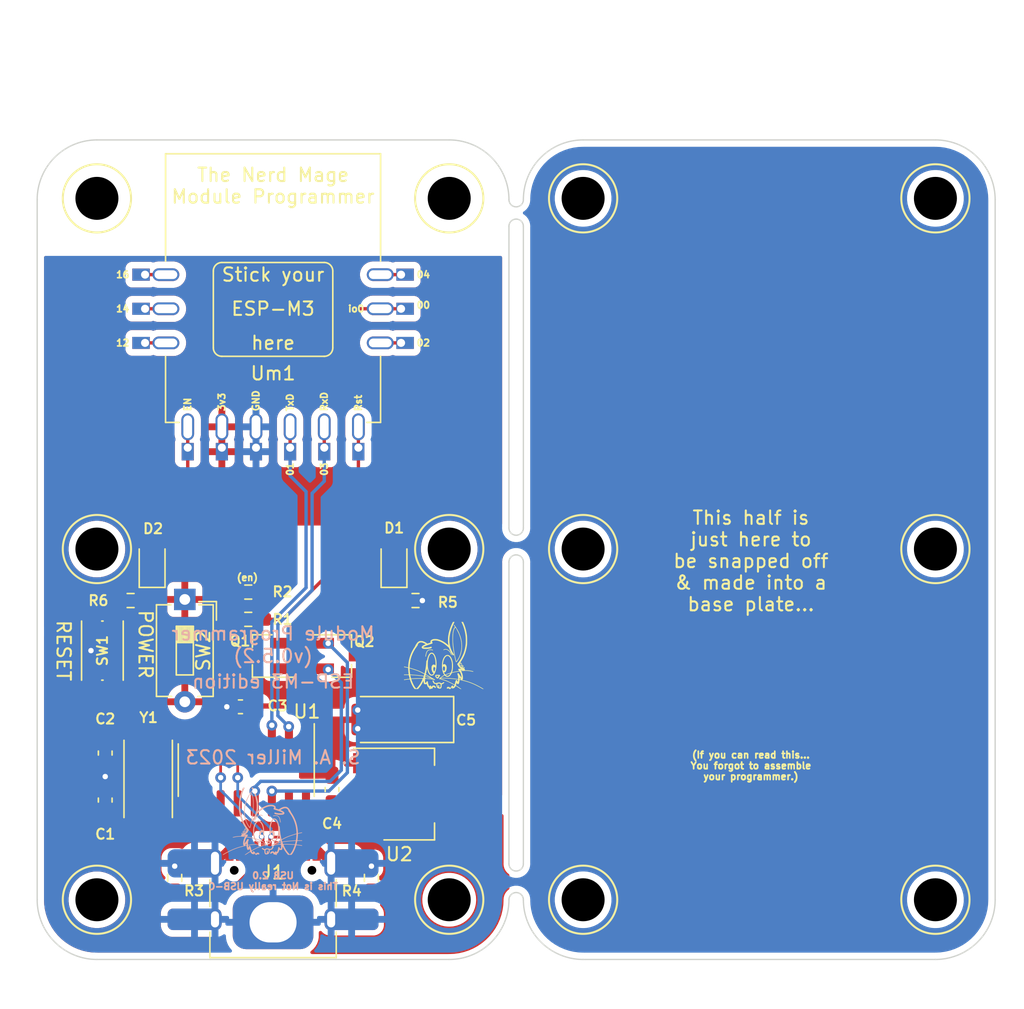
<source format=kicad_pcb>
(kicad_pcb (version 20211014) (generator pcbnew)
  (layers (0 "F.Cu" signal) (31 "B.Cu" signal) (34 "B.Paste" user) (35 "F.Paste" user) (36 "B.SilkS" user "B.Silkscreen") (37 "F.SilkS" user "F.Silkscreen") (38 "B.Mask" user) (39 "F.Mask" user) (44 "Edge.Cuts" user))
  (net 0 "")
  (net 1 "GND")
  (net 2 "Net-(C1-Pad1)")
  (net 3 "Net-(C2-Pad1)")
  (net 4 "RxD")
  (net 5 "TxD")
  (net 6 "RST")
  (net 7 "io0")
  (net 8 "DCD")
  (net 9 "RI")
  (net 10 "DSR")
  (net 11 "CTS")
  (net 12 "DTR")
  (net 13 "RTS")
  (net 14 "Vcc")
  (net 15 "UD+")
  (net 16 "UD-")
  (net 17 "+3.3V")
  (net 19 "EN")
  (net 20 "Vsw")
  (net 23 "CC1")
  (net 24 "CC2")
  (net 25 "Net-(D1-Pad1)")
  (net 26 "Net-(D2-Pad1)")
  (net 27 "unconnected-(Um1-Pad1)")
  (net 28 "unconnected-(Um1-Pad2)")
  (net 29 "unconnected-(Um1-Pad3)")
  (net 30 "unconnected-(Um1-Pad10)")
  (net 31 "unconnected-(Um1-Pad12)")
  (footprint "Tinker:Mount" (layer "F.Cu") (at 163.108 67.919546)
    (fp_text reference "REF**" hide)
    (fp_text value "Mount" hide)
    (pad "" np_thru_hole circle (at 0 0) (size 3.2 3.2) (drill 3.2) (layers *.Mask))
  )
  (footprint "Tinker:C_0603_1608Metric_Pad1.08x0.95mm_HandSolder" (layer "F.Cu") (at 137.51 109.217455 -90)
    (fp_text reference "C2" (at -2.54 0) (layer "F.SilkS") (effects (font (size 0.75 0.75))))
    (fp_text value "20p")
    (pad "1" smd roundrect (at -1.0625 0 270) (size 1.275 0.95) (layers "F.Cu" "F.Paste" "F.Mask") (net 3 "Net-(C2-Pad1)"))
    (pad "2" smd roundrect (at 1.0625 0 270) (size 1.275 0.95) (layers "F.Cu" "F.Paste" "F.Mask") (net 1 "GND"))
  )
  (footprint "Capacitor_Tantalum_SMD:CP_EIA-6032-28_Kemet-C_Pad2.25x2.35mm_HandSolder" (layer "F.Cu") (at 159.505545 106.722019 180)
    (fp_text reference "C5" (at -4.857981 -0.04394) (layer "F.SilkS") (effects (font (size 0.75 0.75))))
    (fp_text value "22uf")
    (pad "1" smd roundrect (at -2.55 0 180) (size 2.25 2.35) (layers "F.Cu" "F.Paste" "F.Mask") (roundrect_rratio 0.1111111111) (net 17 "+3.3V"))
    (pad "2" smd roundrect (at 2.55 0 180) (size 2.25 2.35) (layers "F.Cu" "F.Paste" "F.Mask") (roundrect_rratio 0.1111111111) (net 1 "GND"))
  )
  (footprint "Tinker:Mount" (layer "F.Cu") (at 136.892 120.139455)
    (fp_text reference "REF**" hide)
    (fp_text value "Mount" hide)
    (pad "" np_thru_hole circle (at 0 0) (size 3.2 3.2) (drill 3.2) (layers *.Mask))
  )
  (footprint "Tinker:USB_C_Receptacle_HRO_TYPE-C-31-M-12" (layer "F.Cu") (at 150 120.547455)
    (fp_text reference "J1" (at 0 -2.44) (layer "F.SilkS"))
    (fp_text value "USB_C_Receptacle_USB2.0")
    (pad "" np_thru_hole circle (at -2.89 -2.6) (size 0.65 0.65) (drill 0.65) (layers *.Mask))
    (pad "" np_thru_hole circle (at 2.89 -2.6) (size 0.65 0.65) (drill 0.65) (layers *.Mask))
    (pad "A1" smd rect (at -3.25 -4.045) (size 0.6 1.45) (layers "F.Cu" "F.Paste" "F.Mask") (net 1 "GND"))
    (pad "A4" smd rect (at -2.45 -4.045) (size 0.6 1.45) (layers "F.Cu" "F.Paste" "F.Mask") (net 14 "Vcc"))
    (pad "A5" smd rect (at -1.25 -4.045) (size 0.3 1.45) (layers "F.Cu" "F.Paste" "F.Mask") (net 23 "CC1"))
    (pad "A6" smd rect (at -0.25 -4.045) (size 0.3 1.45) (layers "F.Cu" "F.Paste" "F.Mask") (net 15 "UD+"))
    (pad "A7" smd rect (at 0.25 -4.045) (size 0.3 1.45) (layers "F.Cu" "F.Paste" "F.Mask") (net 16 "UD-"))
    (pad "A8" smd rect (at 1.25 -4.045) (size 0.3 1.45) (layers "F.Cu" "F.Paste" "F.Mask"))
    (pad "A9" smd rect (at 2.45 -4.045) (size 0.6 1.45) (layers "F.Cu" "F.Paste" "F.Mask") (net 14 "Vcc"))
    (pad "A12" smd rect (at 3.25 -4.045) (size 0.6 1.45) (layers "F.Cu" "F.Paste" "F.Mask") (net 1 "GND"))
    (pad "B1" smd rect (at 3.25 -4.045) (size 0.6 1.45) (layers "F.Cu" "F.Paste" "F.Mask") (net 1 "GND"))
    (pad "B4" smd rect (at 2.45 -4.045) (size 0.6 1.45) (layers "F.Cu" "F.Paste" "F.Mask") (net 14 "Vcc"))
    (pad "B5" smd rect (at 1.75 -4.045) (size 0.3 1.45) (layers "F.Cu" "F.Paste" "F.Mask") (net 24 "CC2"))
    (pad "B6" smd rect (at 0.75 -4.045) (size 0.3 1.45) (layers "F.Cu" "F.Paste" "F.Mask") (net 15 "UD+"))
    (pad "B7" smd rect (at -0.75 -4.045) (size 0.3 1.45) (layers "F.Cu" "F.Paste" "F.Mask") (net 16 "UD-"))
    (pad "B8" smd rect (at -1.75 -4.045) (size 0.3 1.45) (layers "F.Cu" "F.Paste" "F.Mask"))
    (pad "B9" smd rect (at -2.45 -4.045) (size 0.6 1.45) (layers "F.Cu" "F.Paste" "F.Mask") (net 14 "Vcc"))
    (pad "B12" smd rect (at -3.25 -4.045) (size 0.6 1.45) (layers "F.Cu" "F.Paste" "F.Mask") (net 1 "GND"))
    (pad "S1" smd roundrect (at -5.846965 -3.118205) (size 4 2.1) (layers "B.Cu" "B.Paste" "B.Mask") (net 1 "GND"))
    (pad "S1" thru_hole oval (at 4.32 -3.13) (size 1 2.1) (drill oval 0.6 1.7) (layers *.Cu *.Mask) (net 1 "GND"))
    (pad "S1" smd roundrect (at 5.096965 -3.118205) (size 2.5 2.1) (layers "F.Cu" "F.Paste" "F.Mask") (net 1 "GND"))
    (pad "S1" smd roundrect (at -5.846965 1.05) (size 4 1.6) (layers "F.Cu" "F.Paste" "F.Mask") (net 1 "GND"))
    (pad "S1" smd roundrect (at -5.846965 1.05) (size 4 1.6) (layers "B.Cu" "B.Paste" "B.Mask") (net 1 "GND"))
    (pad "S1" thru_hole oval (at 4.32 1.05) (size 1 1.6) (drill oval 0.6 1.2) (layers *.Cu *.Mask) (net 1 "GND"))
    (pad "S1" thru_hole oval (at -4.32 1.05) (size 1 1.6) (drill oval 0.6 1.2) (layers *.Cu *.Mask) (net 1 "GND"))
    (pad "S1" thru_hole oval (at -4.32 -3.13) (size 1 2.1) (drill oval 0.6 1.7) (layers *.Cu *.Mask) (net 1 "GND"))
    (pad "S1" smd roundrect (at 5.846965 1.05) (size 4 1.6) (layers "B.Cu" "B.Paste" "B.Mask") (net 1 "GND"))
    (pad "S1" smd roundrect (at 5.846965 1.05) (size 4 1.6) (layers "F.Cu" "F.Paste" "F.Mask") (net 1 "GND"))
    (pad "S1" thru_hole roundrect (at 0 1.27 180) (size 6 4) (drill oval 3.5 3) (layers *.Cu *.Mask) (net 1 "GND"))
    (pad "S1" smd roundrect (at 5.846965 -3.118205) (size 4 2.1) (layers "B.Cu" "B.Paste" "B.Mask") (net 1 "GND"))
    (pad "S1" smd roundrect (at -5.096965 -3.118205) (size 2.5 2.1) (layers "F.Cu" "F.Paste" "F.Mask") (net 1 "GND"))
  )
  (footprint "Tinker:Mount" (layer "F.Cu") (at 199.288 94.029455)
    (fp_text reference "REF**" hide)
    (fp_text value "Mount" hide)
    (pad "" np_thru_hole circle (at 0 0) (size 3.2 3.2) (drill 3.2) (layers *.Mask))
  )
  (footprint "Tinker:R_0603_1608Metric_Pad0.98x0.95mm_HandSolder" (layer "F.Cu") (at 148.154241 97.233483)
    (fp_text reference "R2" (at 2.545759 -0.018765) (layer "F.SilkS") (effects (font (size 0.75 0.75))))
    (fp_text value "10K")
    (pad "1" smd roundrect (at -1.0625 0) (size 1.275 0.95) (layers "F.Cu" "F.Paste" "F.Mask") (net 20 "Vsw"))
    (pad "2" smd roundrect (at 1.0625 0) (size 1.275 0.95) (layers "F.Cu" "F.Paste" "F.Mask") (net 19 "EN"))
  )
  (footprint "Tinker:ESP-M3 (FlexyPin)" (layer "F.Cu") (at 150 74.6)
    (fp_text reference "Um1" (at 0 6.35 unlocked) (layer "F.SilkS"))
    (fp_text value "ESP-M3")
    (fp_text user "12" (at -10.63 4.08 180) (layer "F.SilkS") (effects (font (size 0.5 0.5) (thickness 0.125)) (justify right)))
    (fp_text user "here" (at 0 4.08 unlocked) (layer "F.SilkS"))
    (fp_text user "Rst" (at 6.344493 9.232583 90) (layer "F.SilkS") (effects (font (size 0.5 0.5) (thickness 0.125)) (justify left)))
    (fp_text user "GND" (at -1.275507 9.232583 90) (layer "F.SilkS") (effects (font (size 0.5 0.5) (thickness 0.125)) (justify left)))
    (fp_text user "Stick your" (at 0 -1 unlocked) (layer "F.SilkS"))
    (fp_text user "io0" (at 6.844493 1.54) (layer "F.SilkS") (effects (font (size 0.5 0.5) (thickness 0.125)) (justify right)))
    (fp_text user "TxD" (at 1.264493 9.232583 90) (layer "F.SilkS") (effects (font (size 0.5 0.5) (thickness 0.125)) (justify left)))
    (fp_text user "14" (at -10.63 1.54 180) (layer "F.SilkS") (effects (font (size 0.5 0.5) (thickness 0.125)) (justify right)))
    (fp_text user "EN" (at -6.355507 9.232583 90) (layer "F.SilkS") (effects (font (size 0.5 0.5) (thickness 0.125)) (justify left)))
    (fp_text user "03" (at 3.81 14.04 270) (layer "F.SilkS") (effects (font (size 0.5 0.5) (thickness 0.125)) (justify left)))
    (fp_text user "ESP-M3" (at 0 1.54 unlocked) (layer "F.SilkS"))
    (fp_text user "01" (at 1.27 14.04 90) (layer "F.SilkS") (effects (font (size 0.5 0.5) (thickness 0.125)) (justify left)))
    (fp_text user "02" (at 10.63 4.08 180) (layer "F.SilkS") (effects (font (size 0.5 0.5) (thickness 0.125)) (justify left)))
    (fp_text user "16" (at -10.63 -1 180) (layer "F.SilkS") (effects (font (size 0.5 0.5) (thickness 0.125)) (justify right)))
    (fp_text user "00" (at 10.63 1.27) (layer "F.SilkS") (effects (font (size 0.5 0.5) (thickness 0.125)) (justify left)))
    (fp_text user "3v3" (at -3.815507 9.232583 90) (layer "F.SilkS") (effects (font (size 0.5 0.5) (thickness 0.125)) (justify left)))
    (fp_text user "04" (at 10.63 -1 180) (layer "F.SilkS") (effects (font (size 0.5 0.5) (thickness 0.125)) (justify left)))
    (fp_text user "RxD" (at 3.804493 9.232583 90) (layer "F.SilkS") (effects (font (size 0.5 0.5) (thickness 0.125)) (justify left)))
    (pad "1" thru_hole oval (at -7.975 -1) (size 2 0.95) (drill oval 1.7 0.65) (layers *.Cu *.Mask) (net 27 "unconnected-(Um1-Pad1)"))
    (pad "1" thru_hole rect (at -9.525 -1) (size 1.3 0.9) (drill 0.6 (offset -0.3 0)) (layers *.Cu *.Mask) (net 27 "unconnected-(Um1-Pad1)"))
    (pad "2" thru_hole oval (at -7.975 1.54) (size 2 0.95) (drill oval 1.7 0.65) (layers *.Cu *.Mask) (net 28 "unconnected-(Um1-Pad2)"))
    (pad "2" thru_hole rect (at -9.525 1.54) (size 1.3 0.9) (drill 0.6 (offset -0.3 0)) (layers *.Cu *.Mask) (net 28 "unconnected-(Um1-Pad2)"))
    (pad "3" thru_hole oval (at -7.975 4.08) (size 2 0.95) (drill oval 1.7 0.65) (layers *.Cu *.Mask) (net 29 "unconnected-(Um1-Pad3)"))
    (pad "3" thru_hole rect (at -9.525 4.08) (size 1.3 0.9) (drill 0.6 (offset -0.3 0)) (layers *.Cu *.Mask) (net 29 "unconnected-(Um1-Pad3)"))
    (pad "4" thru_hole rect (at -6.35 11.88 90) (size 1.3 0.9) (drill 0.6 (offset -0.3 0)) (layers *.Cu *.Mask) (net 19 "EN"))
    (pad "4" thru_hole oval (at -6.35 10.33 90) (size 2 0.95) (drill oval 1.7 0.65) (layers *.Cu *.Mask) (net 19 "EN"))
    (pad "5" thru_hole rect (at -3.81 11.88 90) (size 1.3 0.9) (drill 0.6 (offset -0.3 0)) (layers *.Cu *.Mask) (net 20 "Vsw"))
    (pad "5" thru_hole oval (at -3.81 10.33 90) (size 2 0.95) (drill oval 1.7 0.65) (layers *.Cu *.Mask) (net 20 "Vsw"))
    (pad "6" thru_hole rect (at -1.27 11.88 90) (size 1.3 0.9) (drill 0.6 (offset -0.3 0)) (layers *.Cu *.Mask) (net 1 "GND"))
    (pad "6" thru_hole oval (at -1.27 10.33 90) (size 2 0.95) (drill oval 1.7 0.65) (layers *.Cu *.Mask) (net 1 "GND"))
    (pad "7" thru_hole oval (at 1.27 10.33 90) (size 2 0.95) (drill oval 1.7 0.65) (layers *.Cu *.Mask) (net 5 "TxD"))
    (pad "7" thru_hole rect (at 1.27 11.88 90) (size 1.3 0.9) (drill 0.6 (offset -0.3 0)) (layers *.Cu *.Mask) (net 5 "TxD"))
    (pad "8" thru_hole oval (at 3.81 10.33 90) (size 2 0.95) (drill oval 1.7 0.65) (layers *.Cu *.Mask) (net 4 "RxD"))
    (pad "8" thru_hole rect (at 3.81 11.88 90) (size 1.3 0.9) (drill 0.6 (offset -0.3 0)) (layers *.Cu *.Mask) (net 4 "RxD"))
    (pad "9" thru_hole rect (at 6.35 11.88 90) (size 1.3 0.9) (drill 0.6 (offset -0.3 0)) (layers *.Cu *.Mask) (net 6 "RST"))
    (pad "9" thru_hole oval (at 6.35 10.33 90) (size 2 0.95) (drill oval 1.7 0.65) (layers *.Cu *.Mask) (net 6 "RST"))
    (pad "10" thru_hole oval (at 7.975 4.08 180) (size 2 0.95) (drill oval 1.7 0.65) (layers *.Cu *.Mask) (net 30 "unconnected-(Um1-Pad10)"))
    (pad "10" thru_hole rect (at 9.525 4.08 180) (size 1.3 0.9) (drill 0.6 (offset -0.3 0)) (layers *.Cu *.Mask) (net 30 "unconnected-(Um1-Pad10)"))
    (pad "11" thru_hole rect (at 9.525 1.54 180) (size 1.3 0.9) (drill 0.6 (offset -0.3 0)) (layers *.Cu *.Mask) (net 7 "io0"))
    (pad "11" thru_hole oval (at 7.975 1.54 180) (size 2 0.95) (drill oval 1.7 0.65) (layers *.Cu *.Mask) (net 7 "io0"))
    (pad "12" thru_hole oval (at 7.975 -1 180) (size 2 0.95) (drill oval 1.7 0.65) (layers *.Cu *.Mask) (net 31 "unconnected-(Um1-Pad12)"))
    (pad "12" thru_hole rect (at 9.525 -1 180) (size 1.3 0.9) (drill 0.6 (offset -0.3 0)) (layers *.Cu *.Mask) (net 31 "unconnected-(Um1-Pad12)"))
    (zone (net 0) (net_name "") (layers F&B.Cu) (name "Antenna") (connect_pads (clearance 0)) (min_thickness 0.254)
      (keepout (tracks not_allowed) (vias not_allowed) (pads not_allowed) (copperpour not_allowed) (footprints allowed))
      (fill (thermal_gap 0.508) (thermal_bridge_width 0.508))
      (polygon (pts (xy 168.415 72.201531) (xy 132.22 72.201531) (xy 132.22 53.151531) (xy 168.415 53.151531)))
    )
  )
  (footprint "Tinker:Mount" (layer "F.Cu") (at 163.108 120.139455)
    (fp_text reference "REF**" hide)
    (fp_text value "Mount" hide)
    (pad "" np_thru_hole circle (at 0 0) (size 3.2 3.2) (drill 3.2) (layers *.Mask))
  )
  (footprint "Crystal:Crystal_SMD_5032-2Pin_5.0x3.2mm" (layer "F.Cu") (at 140.706663 110.967455 90)
    (fp_text reference "Y1" (at 4.39 0.031943) (layer "F.SilkS") (effects (font (size 0.75 0.75))))
    (fp_text value "12M")
    (pad "1" smd rect (at -2.35 0 90) (size 3 2.4) (layers "F.Cu" "F.Paste" "F.Mask") (net 2 "Net-(C1-Pad1)"))
    (pad "2" smd rect (at 2.35 0 90) (size 3 2.4) (layers "F.Cu" "F.Paste" "F.Mask") (net 3 "Net-(C2-Pad1)"))
  )
  (footprint "Tinker:Mount" (layer "F.Cu") (at 173.072 120.139455)
    (fp_text reference "REF**" hide)
    (fp_text value "Mount" hide)
    (pad "" np_thru_hole circle (at 0 0) (size 3.2 3.2) (drill 3.2) (layers *.Mask))
  )
  (footprint "Package_TO_SOT_SMD:SOT-23_Handsoldering" (layer "F.Cu") (at 149.221453 101.990491 180)
    (fp_text reference "Q1" (at 1.674448 1.113434) (layer "F.SilkS") (effects (font (size 0.75 0.75))))
    (fp_text value "MMBT3904")
    (pad "1" smd rect (at -1.5 -0.95 180) (size 1.9 0.8) (layers "F.Cu" "F.Paste" "F.Mask") (net 12 "DTR"))
    (pad "2" smd rect (at -1.5 0.95 180) (size 1.9 0.8) (layers "F.Cu" "F.Paste" "F.Mask") (net 13 "RTS"))
    (pad "3" smd rect (at 1.5 0 180) (size 1.9 0.8) (layers "F.Cu" "F.Paste" "F.Mask") (net 6 "RST"))
  )
  (footprint "Tinker:R_0603_1608Metric_Pad0.98x0.95mm_HandSolder" (layer "F.Cu") (at 142.68 118.507455 90)
    (fp_text reference "R3" (at -0.9668 1.439812) (layer "F.SilkS") (effects (font (size 0.75 0.75))))
    (fp_text value "5k1")
    (pad "1" smd roundrect (at -1.0625 0 90) (size 1.275 0.95) (layers "F.Cu" "F.Paste" "F.Mask") (net 23 "CC1"))
    (pad "2" smd roundrect (at 1.0625 0 90) (size 1.275 0.95) (layers "F.Cu" "F.Paste" "F.Mask") (net 1 "GND"))
  )
  (footprint "Tinker:R_0603_1608Metric_Pad0.98x0.95mm_HandSolder" (layer "F.Cu") (at 157.32 118.507455 90)
    (fp_text reference "R4" (at -0.979818 -1.470937) (layer "F.SilkS") (effects (font (size 0.75 0.75))))
    (fp_text value "5k1")
    (pad "1" smd roundrect (at -1.0625 0 90) (size 1.275 0.95) (layers "F.Cu" "F.Paste" "F.Mask") (net 24 "CC2"))
    (pad "2" smd roundrect (at 1.0625 0 90) (size 1.275 0.95) (layers "F.Cu" "F.Paste" "F.Mask") (net 1 "GND"))
  )
  (footprint "Tinker:Mount" (layer "F.Cu") (at 136.892 94.029455)
    (fp_text reference "REF**" hide)
    (fp_text value "Mount" hide)
    (pad "" np_thru_hole circle (at 0 0) (size 3.2 3.2) (drill 3.2) (layers *.Mask))
  )
  (footprint "Tinker:SW_DIP_SPSTx01_Slide_6.7x4.1mm_W7.62mm_P2.54mm_LowProfile" (layer "F.Cu") (at 143.433 101.590491 -90)
    (fp_text reference "SW2" (at 0.009624 -1.373823 90) (layer "F.SilkS"))
    (fp_text value "SW_DIP_x01")
    (pad "1" thru_hole rect (at -3.81 0 270) (size 1.6 1.6) (drill 0.8) (layers *.Cu *.Mask) (net 20 "Vsw"))
    (pad "2" thru_hole oval (at 3.81 0 270) (size 1.6 1.6) (drill 0.8) (layers *.Cu *.Mask) (net 17 "+3.3V"))
  )
  (footprint "Tinker:C_0603_1608Metric_Pad1.08x0.95mm_HandSolder" (layer "F.Cu") (at 154.387518 111.930933 90)
    (fp_text reference "C4" (at -2.54 0) (layer "F.SilkS") (effects (font (size 0.75 0.75))))
    (fp_text value "100nf")
    (pad "1" smd roundrect (at -1.0625 0 90) (size 1.275 0.95) (layers "F.Cu" "F.Paste" "F.Mask") (net 14 "Vcc"))
    (pad "2" smd roundrect (at 1.0625 0 90) (size 1.275 0.95) (layers "F.Cu" "F.Paste" "F.Mask") (net 1 "GND"))
  )
  (footprint "Package_SO:SOIC-16_3.9x9.9mm_P1.27mm" (layer "F.Cu") (at 148.005 110.487455 -90)
    (fp_text reference "U1" (at -4.358951 -4.515147) (layer "F.SilkS"))
    (fp_text value "CH340G")
    (pad "1" smd roundrect (at -2.475 -4.445 270) (size 1.95 0.6) (layers "F.Cu" "F.Paste" "F.Mask") (net 1 "GND"))
    (pad "2" smd roundrect (at -2.475 -3.175 270) (size 1.95 0.6) (layers "F.Cu" "F.Paste" "F.Mask") (net 4 "RxD"))
    (pad "3" smd roundrect (at -2.475 -1.905 270) (size 1.95 0.6) (layers "F.Cu" "F.Paste" "F.Mask") (net 5 "TxD"))
    (pad "4" smd roundrect (at -2.475 -0.635 270) (size 1.95 0.6) (layers "F.Cu" "F.Paste" "F.Mask") (net 17 "+3.3V"))
    (pad "5" smd roundrect (at -2.475 0.635 270) (size 1.95 0.6) (layers "F.Cu" "F.Paste" "F.Mask") (net 15 "UD+"))
    (pad "6" smd roundrect (at -2.475 1.905 270) (size 1.95 0.6) (layers "F.Cu" "F.Paste" "F.Mask") (net 16 "UD-"))
    (pad "7" smd roundrect (at -2.475 3.175 270) (size 1.95 0.6) (layers "F.Cu" "F.Paste" "F.Mask") (net 2 "Net-(C1-Pad1)"))
    (pad "8" smd roundrect (at -2.475 4.445 270) (size 1.95 0.6) (layers "F.Cu" "F.Paste" "F.Mask") (net 3 "Net-(C2-Pad1)"))
    (pad "9" smd roundrect (at 2.475 4.445 270) (size 1.95 0.6) (layers "F.Cu" "F.Paste" "F.Mask") (net 11 "CTS"))
    (pad "10" smd roundrect (at 2.475 3.175 270) (size 1.95 0.6) (layers "F.Cu" "F.Paste" "F.Mask") (net 10 "DSR"))
    (pad "11" smd roundrect (at 2.475 1.905 270) (size 1.95 0.6) (layers "F.Cu" "F.Paste" "F.Mask") (net 9 "RI"))
    (pad "12" smd roundrect (at 2.475 0.635 270) (size 1.95 0.6) (layers "F.Cu" "F.Paste" "F.Mask") (net 8 "DCD"))
    (pad "13" smd roundrect (at 2.475 -0.635 270) (size 1.95 0.6) (layers "F.Cu" "F.Paste" "F.Mask") (net 12 "DTR"))
    (pad "14" smd roundrect (at 2.475 -1.905 270) (size 1.95 0.6) (layers "F.Cu" "F.Paste" "F.Mask") (net 13 "RTS"))
    (pad "15" smd roundrect (at 2.475 -3.175 270) (size 1.95 0.6) (layers "F.Cu" "F.Paste" "F.Mask"))
    (pad "16" smd roundrect (at 2.475 -4.445 270) (size 1.95 0.6) (layers "F.Cu" "F.Paste" "F.Mask") (net 14 "Vcc"))
  )
  (footprint "Tinker:R_0603_1608Metric_Pad0.98x0.95mm_HandSolder" (layer "F.Cu") (at 160.6 97.862287)
    (fp_text reference "R5" (at 2.4 0.134539 180) (layer "F.SilkS") (effects (font (size 0.75 0.75))))
    (fp_text value "2K2")
    (pad "1" smd roundrect (at -1.0625 0) (size 1.275 0.95) (layers "F.Cu" "F.Paste" "F.Mask") (net 25 "Net-(D1-Pad1)"))
    (pad "2" smd roundrect (at 1.0625 0) (size 1.275 0.95) (layers "F.Cu" "F.Paste" "F.Mask") (net 1 "GND"))
  )
  (footprint "Rabbit:rabbit" (layer "F.Cu") (at 163.073996 101.952784)
    (fp_text reference "G***" hide)
    (fp_text value "LOGO" hide)
  )
  (footprint "Tinker:Mount" (layer "F.Cu") (at 173.072 67.919546)
    (fp_text reference "REF**" hide)
    (fp_text value "Mount" hide)
    (pad "" np_thru_hole circle (at 0 0) (size 3.2 3.2) (drill 3.2) (layers *.Mask))
  )
  (footprint "Tinker:Mount" (layer "F.Cu") (at 173.072 94.029455)
    (fp_text reference "REF**" hide)
    (fp_text value "Mount" hide)
    (pad "" np_thru_hole circle (at 0 0) (size 3.2 3.2) (drill 3.2) (layers *.Mask))
  )
  (footprint "Tinker:SW_Push_TS273014TP" (layer "F.Cu") (at 137.3 101.590491 -90)
    (fp_text reference "SW1" (at 0 0 90) (layer "F.SilkS") (effects (font (size 0.75 0.75))))
    (fp_text value "SW_Push")
    (pad "1" smd rect (at -1.85 -0.85 270) (size 1.6 0.6) (layers "F.Cu" "F.Paste" "F.Mask") (net 6 "RST"))
    (pad "1" smd rect (at 1.85 -0.85 270) (size 1.6 0.6) (layers "F.Cu" "F.Paste" "F.Mask") (net 6 "RST"))
    (pad "2" smd rect (at -1.85 0.85 270) (size 1.6 0.6) (layers "F.Cu" "F.Paste" "F.Mask") (net 1 "GND"))
    (pad "2" smd rect (at 1.85 0.85 270) (size 1.6 0.6) (layers "F.Cu" "F.Paste" "F.Mask") (net 1 "GND"))
  )
  (footprint "Tinker:Mount" (layer "F.Cu") (at 136.892 67.919546)
    (fp_text reference "REF**" hide)
    (fp_text value "Mount" hide)
    (pad "" np_thru_hole circle (at 0 0) (size 3.2 3.2) (drill 3.2) (layers *.Mask))
  )
  (footprint "Package_TO_SOT_SMD:SOT-23_Handsoldering" (layer "F.Cu") (at 155.08 101.994172)
    (fp_text reference "Q2" (at 1.710332 -1.073861) (layer "F.SilkS") (effects (font (size 0.75 0.75))))
    (fp_text value "MMBT3904")
    (pad "1" smd rect (at -1.5 -0.95) (size 1.9 0.8) (layers "F.Cu" "F.Paste" "F.Mask") (net 13 "RTS"))
    (pad "2" smd rect (at -1.5 0.95) (size 1.9 0.8) (layers "F.Cu" "F.Paste" "F.Mask") (net 12 "DTR"))
    (pad "3" smd rect (at 1.5 0) (size 1.9 0.8) (layers "F.Cu" "F.Paste" "F.Mask") (net 7 "io0"))
  )
  (footprint "Tinker:R_0603_1608Metric_Pad0.98x0.95mm_HandSolder" (layer "F.Cu") (at 139.4 97.862287 180)
    (fp_text reference "R6" (at 2.4 -0.00632 180) (layer "F.SilkS") (effects (font (size 0.75 0.75))))
    (fp_text value "2K2")
    (pad "1" smd roundrect (at -1.0625 0 180) (size 1.275 0.95) (layers "F.Cu" "F.Paste" "F.Mask") (net 26 "Net-(D2-Pad1)"))
    (pad "2" smd roundrect (at 1.0625 0 180) (size 1.275 0.95) (layers "F.Cu" "F.Paste" "F.Mask") (net 1 "GND"))
  )
  (footprint "Tinker:Mount" (layer "F.Cu") (at 199.288 67.919546)
    (fp_text reference "REF**" hide)
    (fp_text value "Mount" hide)
    (pad "" np_thru_hole circle (at 0 0) (size 3.2 3.2) (drill 3.2) (layers *.Mask))
  )
  (footprint "LED_SMD:LED_0805_2012Metric_Pad1.15x1.40mm_HandSolder" (layer "F.Cu") (at 159 95.025 90)
    (fp_text reference "D1" (at 2.560701 0.00966) (layer "F.SilkS") (effects (font (size 0.75 0.75))))
    (fp_text value "LED")
    (pad "1" smd roundrect (at -1.025 0 90) (size 1.15 1.4) (layers "F.Cu" "F.Paste" "F.Mask") (roundrect_rratio 0.2173913043) (net 25 "Net-(D1-Pad1)"))
    (pad "2" smd roundrect (at 1.025 0 90) (size 1.15 1.4) (layers "F.Cu" "F.Paste" "F.Mask") (roundrect_rratio 0.2173913043) (net 17 "+3.3V"))
  )
  (footprint "Tinker:C_0603_1608Metric_Pad1.08x0.95mm_HandSolder" (layer "F.Cu") (at 137.51 112.717455 90)
    (fp_text reference "C1" (at -2.54 0) (layer "F.SilkS") (effects (font (size 0.75 0.75))))
    (fp_text value "20p")
    (pad "1" smd roundrect (at -1.0625 0 90) (size 1.275 0.95) (layers "F.Cu" "F.Paste" "F.Mask") (net 2 "Net-(C1-Pad1)"))
    (pad "2" smd roundrect (at 1.0625 0 90) (size 1.275 0.95) (layers "F.Cu" "F.Paste" "F.Mask") (net 1 "GND"))
  )
  (footprint "LED_SMD:LED_0805_2012Metric_Pad1.15x1.40mm_HandSolder" (layer "F.Cu") (at 141 95.025 90)
    (fp_text reference "D2" (at 2.511709 0.071764 180) (layer "F.SilkS") (effects (font (size 0.75 0.75))))
    (fp_text value "LED")
    (pad "1" smd roundrect (at -1.025 0 90) (size 1.15 1.4) (layers "F.Cu" "F.Paste" "F.Mask") (roundrect_rratio 0.2173913043) (net 26 "Net-(D2-Pad1)"))
    (pad "2" smd roundrect (at 1.025 0 90) (size 1.15 1.4) (layers "F.Cu" "F.Paste" "F.Mask") (roundrect_rratio 0.2173913043) (net 20 "Vsw"))
  )
  (footprint "Tinker:Mount" (layer "F.Cu") (at 199.288 120.139455)
    (fp_text reference "REF**" hide)
    (fp_text value "Mount" hide)
    (pad "" np_thru_hole circle (at 0 0) (size 3.2 3.2) (drill 3.2) (layers *.Mask))
  )
  (footprint "Package_TO_SOT_SMD:SOT-223-3_TabPin2" (layer "F.Cu") (at 160.105545 112.273364)
    (fp_text reference "U2" (at -0.711477 4.476729) (layer "F.SilkS"))
    (fp_text value "AMS1117-3.3")
    (pad "1" smd rect (at -3.15 -2.3) (size 2 1.5) (layers "F.Cu" "F.Paste" "F.Mask") (net 1 "GND"))
    (pad "2" smd rect (at -3.15 0) (size 2 1.5) (layers "F.Cu" "F.Paste" "F.Mask") (net 17 "+3.3V"))
    (pad "2" smd rect (at 3.15 0) (size 2 3.8) (layers "F.Cu" "F.Paste" "F.Mask") (net 17 "+3.3V"))
    (pad "3" smd rect (at -3.15 2.3) (size 2 1.5) (layers "F.Cu" "F.Paste" "F.Mask") (net 14 "Vcc"))
  )
  (footprint "Tinker:C_0603_1608Metric_Pad1.08x0.95mm_HandSolder" (layer "F.Cu") (at 147.57359 105.77372 180)
    (fp_text reference "C3" (at -2.75772 0.06892) (layer "F.SilkS") (effects (font (size 0.75 0.75))))
    (fp_text value "10nf")
    (pad "1" smd roundrect (at -1.0625 0 180) (size 1.275 0.95) (layers "F.Cu" "F.Paste" "F.Mask") (net 17 "+3.3V"))
    (pad "2" smd roundrect (at 1.0625 0 180) (size 1.275 0.95) (layers "F.Cu" "F.Paste" "F.Mask") (net 1 "GND"))
  )
  (footprint "Tinker:R_0603_1608Metric_Pad0.98x0.95mm_HandSolder" (layer "F.Cu") (at 148.154241 99.262498)
    (fp_text reference "R1" (at 2.545759 0.006202) (layer "F.SilkS") (effects (font (size 0.75 0.75))))
    (fp_text value "10K")
    (pad "1" smd roundrect (at -1.0625 0) (size 1.275 0.95) (layers "F.Cu" "F.Paste" "F.Mask") (net 20 "Vsw"))
    (pad "2" smd roundrect (at 1.0625 0) (size 1.275 0.95) (layers "F.Cu" "F.Paste" "F.Mask") (net 6 "RST"))
  )
  (footprint "Tinker:Mount" (layer "F.Cu") (at 163.108 94.029455)
    (fp_text reference "REF**" hide)
    (fp_text value "Mount" hide)
    (pad "" np_thru_hole circle (at 0 0) (size 3.2 3.2) (drill 3.2) (layers *.Mask))
  )
  (footprint "Rabbit:rabbit" (layer "B.Cu") (at 148.83 114.297455 180)
    (fp_text reference "G***" hide)
    (fp_text value "LOGO" hide)
  )
  (gr_line (start 163.108 63.569635) (end 136.892001 63.569636) (layer "Edge.Cuts") (width 0.1))
  (gr_arc (start 132.447 68.014637) (mid 133.748927 64.871552) (end 136.892001 63.569636) (layer "Edge.Cuts") (width 0.1))
  (gr_arc (start 203.733 120.139454) (mid 202.431112 123.282566) (end 199.288 124.584454) (layer "Edge.Cuts") (width 0.1))
  (gr_arc (start 168.627 68.014637) (mid 169.928943 64.871579) (end 173.072001 63.569636) (layer "Edge.Cuts") (width 0.1))
  (gr_arc (start 199.288 63.569635) (mid 202.431083 64.871553) (end 203.733001 68.014636) (layer "Edge.Cuts") (width 0.1))
  (gr_arc (start 173.072 124.584454) (mid 169.92892 123.282534) (end 168.627 120.139454) (layer "Edge.Cuts") (width 0.1))
  (gr_arc (start 167.553 120.139454) (mid 166.25109 123.282544) (end 163.108 124.584454) (layer "Edge.Cuts") (width 0.1))
  (gr_line (start 203.733 120.139454) (end 203.733001 68.014636) (layer "Edge.Cuts") (width 0.1))
  (gr_arc (start 168.627 92.463) (mid 168.09 93) (end 167.553 92.463) (layer "Edge.Cuts") (width 0.1))
  (gr_arc (start 167.553 95) (mid 168.09 94.463) (end 168.627 95) (layer "Edge.Cuts") (width 0.1))
  (gr_arc (start 163.108 63.569635) (mid 166.251113 64.871542) (end 167.553001 68.014636) (layer "Edge.Cuts") (width 0.1))
  (gr_arc (start 167.553 70) (mid 168.09 69.463) (end 168.627 70) (layer "Edge.Cuts") (width 0.1))
  (gr_arc (start 167.553 120.139454) (mid 168.09 119.602454) (end 168.627 120.139454) (layer "Edge.Cuts") (width 0.1))
  (gr_line (start 168.627 95) (end 168.627 117.463) (layer "Edge.Cuts") (width 0.1))
  (gr_line (start 136.892 124.584454) (end 163.108 124.584454) (layer "Edge.Cuts") (width 0.1))
  (gr_arc (start 168.627 117.463) (mid 168.09 118) (end 167.553 117.463) (layer "Edge.Cuts") (width 0.1))
  (gr_line (start 199.288 63.569635) (end 173.072001 63.569636) (layer "Edge.Cuts") (width 0.1))
  (gr_line (start 173.072 124.584454) (end 199.288 124.584454) (layer "Edge.Cuts") (width 0.1))
  (gr_arc (start 168.627 68.014637) (mid 168.09 68.551637) (end 167.553 68.014637) (layer "Edge.Cuts") (width 0.1))
  (gr_line (start 132.447 68.014637) (end 132.447 120.139454) (layer "Edge.Cuts") (width 0.1))
  (gr_line (start 167.553 92.463) (end 167.553 70) (layer "Edge.Cuts") (width 0.1))
  (gr_arc (start 136.892 124.584454) (mid 133.748911 123.282544) (end 132.447 120.139454) (layer "Edge.Cuts") (width 0.1))
  (gr_line (start 167.553 95) (end 167.553 117.463) (layer "Edge.Cuts") (width 0.1))
  (gr_line (start 168.627 70) (end 168.627 92.463) (layer "Edge.Cuts") (width 0.1))
  (gr_text "ESP-M3 edition" (at 150 103.896439) (layer "B.SilkS") (effects (font (size 1 1)) (justify mirror)))
  (gr_text "Module Programmer" (at 150 100.327455) (layer "B.SilkS") (effects (font (size 1 1)) (justify mirror)))
  (gr_text "USB 2.0\nThis is Not really USB-C" (at 149.999999 118.742813) (layer "B.SilkS") (effects (font (size 0.5 0.5) (thickness 0.125)) (justify mirror)))
  (gr_text "S. A. Miller 2023" (at 150 109.541155) (layer "B.SilkS") (effects (font (size 1 1)) (justify mirror)))
  (gr_text "(v0.5.2)" (at 150 101.997455) (layer "B.SilkS") (effects (font (size 1 1)) (justify mirror)))
  (gr_text "POWER" (at 140.509453 101.121199 270) (layer "F.SilkS") (effects (font (size 1 1))))
  (gr_text "(en)" (at 148.089211 96.15124) (layer "F.SilkS") (effects (font (size 0.5 0.5) (thickness 0.125))))
  (gr_text "(If you can read this...\nYou forgot to assemble\nyour programmer.)" (at 185.56 110.16) (layer "F.SilkS") (effects (font (size 0.5 0.5) (thickness 0.125))))
  (gr_text "This half is\njust here to\nbe snapped off\n& made into a\nbase plate..." (at 185.56 94.92) (layer "F.SilkS") (effects (font (size 1 1))))
  (gr_text "RESET" (at 134.409789 101.590491 270) (layer "F.SilkS") (effects (font (size 1 1))))
  (gr_text "The Nerd Mage\nModule Programmer" (at 150 66.98) (layer "F.SilkS") (effects (font (size 1 1))))
  (segment (start 146.595 116.502455) (end 145.68 117.417455) (width 0.6) (layer "F.Cu") (net 1))
  (segment (start 146.75 116.502455) (end 146.595 116.502455) (width 0.6) (layer "F.Cu") (net 1))
  (segment (start 153.25 116.502455) (end 153.405 116.502455) (width 0.6) (layer "F.Cu") (net 1))
  (segment (start 142.68 117.637455) (end 144.69483 117.637455) (width 0.25) (layer "F.Cu") (net 1))
  (segment (start 153.405 116.502455) (end 154.32 117.417455) (width 0.6) (layer "F.Cu") (net 1))
  (segment (start 136.45 98.461045) (end 136.45 99.740491) (width 0.25) (layer "F.Cu") (net 1))
  (segment (start 138.3375 97.862287) (end 137.048758 97.862287) (width 0.25) (layer "F.Cu") (net 1))
  (segment (start 148.73 86.48) (end 148.73 84.93) (width 0.25) (layer "F.Cu") (net 1))
  (segment (start 136.45 99.740491) (end 136.45 103.440491) (width 0.25) (layer "F.Cu") (net 1))
  (segment (start 157.32 117.637455) (end 155.30517 117.637455) (width 0.25) (layer "F.Cu") (net 1))
  (segment (start 144.69483 117.637455) (end 144.903035 117.42925) (width 0.25) (layer "F.Cu") (net 1))
  (segment (start 155.30517 117.637455) (end 155.096965 117.42925) (width 0.25) (layer "F.Cu") (net 1))
  (segment (start 137.048758 97.862287) (end 136.45 98.461045) (width 0.25) (layer "F.Cu") (net 1))
  (via (at 146.55759 105.77372) (size 0.8) (drill 0.4) (layers "F.Cu" "B.Cu") (net 1))
  (via (at 142.68 117.637455) (size 0.8) (drill 0.4) (layers "F.Cu" "B.Cu") (net 1))
  (via (at 137.51 110.967455) (size 0.8) (drill 0.4) (layers "F.Cu" "B.Cu") (net 1))
  (via (at 156.3 106.015601) (size 0.8) (drill 0.4) (layers "F.Cu" "B.Cu") (net 1))
  (via (at 161.110836 97.866252) (size 0.8) (drill 0.4) (layers "F.Cu" "B.Cu") (net 1))
  (via (at 156.3 107.402273) (size 0.8) (drill 0.4) (layers "F.Cu" "B.Cu") (net 1))
  (via (at 157.32 117.637455) (size 0.8) (drill 0.4) (layers "F.Cu" "B.Cu") (net 1))
  (via (at 136.45 101.590491) (size 0.8) (drill 0.4) (layers "F.Cu" "B.Cu") (net 1))
  (segment (start 137.51 113.579955) (end 137.7725 113.317455) (width 0.25) (layer "F.Cu") (net 2))
  (segment (start 140.82 113.317455) (end 140.706663 113.317455) (width 0.25) (layer "F.Cu") (net 2))
  (segment (start 144.83 109.307455) (end 140.82 113.317455) (width 0.25) (layer "F.Cu") (net 2))
  (segment (start 137.7725 113.317455) (end 140.706663 113.317455) (width 0.25) (layer "F.Cu") (net 2))
  (segment (start 144.83 108.012455) (end 144.83 109.307455) (width 0.25) (layer "F.Cu") (net 2))
  (segment (start 137.7725 108.617455) (end 140.706663 108.617455) (width 0.25) (layer "F.Cu") (net 3))
  (segment (start 143.56 108.012455) (end 142.955 108.617455) (width 0.25) (layer "F.Cu") (net 3))
  (segment (start 137.51 108.354955) (end 137.7725 108.617455) (width 0.25) (layer "F.Cu") (net 3))
  (segment (start 142.955 108.617455) (end 140.706663 108.617455) (width 0.25) (layer "F.Cu") (net 3))
  (segment (start 153.81 86.48) (end 153.81 84.93) (width 0.25) (layer "F.Cu") (net 4))
  (via (at 151.163498 107.247455) (size 0.8) (drill 0.4) (layers "F.Cu" "B.Cu") (net 4))
  (segment (start 153.81 86.48) (end 153.81 88.975561) (width 0.25) (layer "B.Cu") (net 4))
  (segment (start 152.905507 97.094493) (end 150.36 99.64) (width 0.25) (layer "B.Cu") (net 4))
  (segment (start 153.81 88.975561) (end 152.905507 89.880054) (width 0.25) (layer "B.Cu") (net 4))
  (segment (start 152.905507 89.880054) (end 152.905507 97.094493) (width 0.25) (layer "B.Cu") (net 4))
  (segment (start 150.36 106.443957) (end 151.163498 107.247455) (width 0.25) (layer "B.Cu") (net 4))
  (segment (start 150.36 99.64) (end 150.36 106.443957) (width 0.25) (layer "B.Cu") (net 4))
  (segment (start 151.27 86.48) (end 151.27 84.93) (width 0.25) (layer "F.Cu") (net 5))
  (via (at 149.91 107.147455) (size 0.8) (drill 0.4) (layers "F.Cu" "B.Cu") (net 5))
  (segment (start 152.455507 96.908097) (end 152.455507 89.755507) (width 0.25) (layer "B.Cu") (net 5))
  (segment (start 149.91 107.147455) (end 149.91 99.453604) (width 0.25) (layer "B.Cu") (net 5))
  (segment (start 151.27 86.48) (end 151.27 88.57) (width 0.25) (layer "B.Cu") (net 5))
  (segment (start 151.27 88.57) (end 152.455507 89.755507) (width 0.25) (layer "B.Cu") (net 5))
  (segment (start 149.91 99.453604) (end 152.455507 96.908097) (width 0.25) (layer "B.Cu") (net 5))
  (segment (start 147.721453 101.990491) (end 140.614962 101.990491) (width 0.25) (layer "F.Cu") (net 6))
  (segment (start 138.15 101.69) (end 138.15 103.440491) (width 0.25) (layer "F.Cu") (net 6))
  (segment (start 150.737502 99.262498) (end 149.216741 99.262498) (width 0.25) (layer "F.Cu") (net 6))
  (segment (start 147.721453 101.990491) (end 147.721453 100.757786) (width 0.25) (layer "F.Cu") (net 6))
  (segment (start 147.721453 100.757786) (end 149.216741 99.262498) (width 0.25) (layer "F.Cu") (net 6))
  (segment (start 140.614962 101.990491) (end 140.587998 102.017455) (width 0.25) (layer "F.Cu") (net 6))
  (segment (start 138.15 99.740491) (end 138.15 101.69) (width 0.25) (layer "F.Cu") (net 6))
  (segment (start 156.35 86.48) (end 156.35 93.65) (width 0.25) (layer "F.Cu") (net 6))
  (segment (start 156.35 93.65) (end 150.737502 99.262498) (width 0.25) (layer "F.Cu") (net 6))
  (segment (start 140.587998 102.017455) (end 138.15 102.017455) (width 0.25) (layer "F.Cu") (net 6))
  (segment (start 156.35 86.48) (end 156.35 84.93) (width 0.25) (layer "F.Cu") (net 6))
  (segment (start 157.62 100) (end 156.58 101.04) (width 0.25) (layer "F.Cu") (net 7))
  (segment (start 155.08 79.68) (end 157.62 82.22) (width 0.25) (layer "F.Cu") (net 7))
  (segment (start 155.08 77.14) (end 155.08 79.68) (width 0.25) (layer "F.Cu") (net 7))
  (segment (start 157.975 76.14) (end 156.08 76.14) (width 0.25) (layer "F.Cu") (net 7))
  (segment (start 156.58 101.04) (end 156.58 101.994172) (width 0.25) (layer "F.Cu") (net 7))
  (segment (start 156.08 76.14) (end 155.08 77.14) (width 0.25) (layer "F.Cu") (net 7))
  (segment (start 159.525 76.14) (end 157.975 76.14) (width 0.25) (layer "F.Cu") (net 7))
  (segment (start 157.62 82.22) (end 157.62 100) (width 0.25) (layer "F.Cu") (net 7))
  (segment (start 150.721453 102.940491) (end 153.576319 102.940491) (width 0.25) (layer "F.Cu") (net 12))
  (via (at 148.64 112.047455) (size 0.8) (drill 0.4) (layers "F.Cu" "B.Cu") (net 12))
  (via (at 154.1 102.997589) (size 0.8) (drill 0.4) (layers "F.Cu" "B.Cu") (net 12))
  (segment (start 155.08 110.487455) (end 155.08 103.977589) (width 0.25) (layer "B.Cu") (net 12))
  (segment (start 154.245 111.322455) (end 155.08 110.487455) (width 0.25) (layer "B.Cu") (net 12))
  (segment (start 148.64 111.764455) (end 149.082 111.322455) (width 0.25) (layer "B.Cu") (net 12))
  (segment (start 155.08 103.977589) (end 154.1 102.997589) (width 0.25) (layer "B.Cu") (net 12))
  (segment (start 149.082 111.322455) (end 154.245 111.322455) (width 0.25) (layer "B.Cu") (net 12))
  (segment (start 148.64 112.047455) (end 148.64 111.764455) (width 0.25) (layer "B.Cu") (net 12))
  (segment (start 150.721453 101.040491) (end 153.576319 101.040491) (width 0.25) (layer "F.Cu") (net 13))
  (via (at 154.1 101.050536) (size 0.8) (drill 0.4) (layers "F.Cu" "B.Cu") (net 13))
  (via (at 149.91 112.047455) (size 0.8) (drill 0.4) (layers "F.Cu" "B.Cu") (net 13))
  (segment (start 154.1 101.050536) (end 155.53 102.480536) (width 0.25) (layer "B.Cu") (net 13))
  (segment (start 154.156396 112.047455) (end 149.91 112.047455) (width 0.25) (layer "B.Cu") (net 13))
  (segment (start 155.53 102.480536) (end 155.53 110.673851) (width 0.25) (layer "B.Cu") (net 13))
  (segment (start 155.53 110.673851) (end 154.156396 112.047455) (width 0.25) (layer "B.Cu") (net 13))
  (segment (start 152.45 114.987602) (end 152.228502 114.766104) (width 0.6) (layer "F.Cu") (net 14))
  (segment (start 148.311351 114.766104) (end 151.844585 114.766104) (width 0.5) (layer "F.Cu") (net 14))
  (segment (start 147.55 114.978677) (end 147.762573 114.766104) (width 0.6) (layer "F.Cu") (net 14))
  (segment (start 152.45 115.477455) (end 152.45 114.987602) (width 0.6) (layer "F.Cu") (net 14))
  (segment (start 152.228502 114.766104) (end 151.844585 114.766104) (width 0.6) (layer "F.Cu") (net 14))
  (segment (start 152.45 114.987602) (end 152.45 113.179455) (width 0.6) (layer "F.Cu") (net 14))
  (segment (start 152.45 116.502455) (end 152.45 115.477455) (width 0.6) (layer "F.Cu") (net 14))
  (segment (start 152.228502 114.766104) (end 152.421242 114.573364) (width 0.6) (layer "F.Cu") (net 14))
  (segment (start 154.085909 114.573364) (end 156.955545 114.573364) (width 0.6) (layer "F.Cu") (net 14))
  (segment (start 147.55 116.502455) (end 147.55 114.978677) (width 0.6) (layer "F.Cu") (net 14))
  (segment (start 152.421242 114.573364) (end 154.085909 114.573364) (width 0.6) (layer "F.Cu") (net 14))
  (segment (start 147.762573 114.766104) (end 148.311351 114.766104) (width 0.6) (layer "F.Cu") (net 14))
  (segment (start 149.75 115.527455) (end 149.8 115.477455) (width 0.2) (layer "F.Cu") (net 15))
  (segment (start 147.37 108.012455) (end 147.37 111.047455) (width 0.2) (layer "F.Cu") (net 15))
  (segment (start 149.75 116.502455) (end 149.75 115.527455) (width 0.2) (layer "F.Cu") (net 15))
  (segment (start 150.7 115.477455) (end 150.75 115.527455) (width 0.2) (layer "F.Cu") (net 15))
  (segment (start 149.8 115.477455) (end 150.7 115.477455) (width 0.2) (layer "F.Cu") (net 15))
  (segment (start 150.75 115.527455) (end 150.75 116.502455) (width 0.2) (layer "F.Cu") (net 15))
  (via (at 149.85 115.441595) (size 0.4) (drill 0.3) (layers "F.Cu" "B.Cu") (net 15))
  (via (at 147.37 111.047455) (size 0.8) (drill 0.4) (layers "F.Cu" "B.Cu") (net 15))
  (segment (start 149.85 114.851769) (end 149.85 115.491595) (width 0.2) (layer "B.Cu") (net 15))
  (segment (start 147.37 112.371769) (end 149.85 114.851769) (width 0.2) (layer "B.Cu") (net 15))
  (segment (start 147.37 111.047455) (end 147.37 112.371769) (width 0.2) (layer "B.Cu") (net 15))
  (segment (start 149.3 117.527455) (end 150.2 117.527455) (width 0.2) (layer "F.Cu") (net 16))
  (segment (start 150.25 117.477455) (end 150.25 116.502455) (width 0.2) (layer "F.Cu") (net 16))
  (segment (start 149.25 115.591595) (end 149.15 115.491595) (width 0.2) (layer "F.Cu") (net 16))
  (segment (start 149.25 117.477455) (end 149.3 117.527455) (width 0.2) (layer "F.Cu") (net 16))
  (segment (start 149.25 116.502455) (end 149.25 115.591595) (width 0.2) (layer "F.Cu") (net 16))
  (segment (start 149.25 116.502455) (end 149.25 117.477455) (width 0.2) (layer "F.Cu") (net 16))
  (segment (start 150.2 117.527455) (end 150.25 117.477455) (width 0.2) (layer "F.Cu") (net 16))
  (segment (start 146.1 108.012455) (end 146.1 111.047455) (width 0.2) (layer "F.Cu") (net 16))
  (via (at 149.15 115.441595) (size 0.4) (drill 0.3) (layers "F.Cu" "B.Cu") (net 16))
  (via (at 146.1 111.047455) (size 0.8) (drill 0.4) (layers "F.Cu" "B.Cu") (net 16))
  (segment (start 146.1 111.983382) (end 146.1 111.047455) (width 0.2) (layer "B.Cu") (net 16))
  (segment (start 149.15 115.033382) (end 146.1 111.983382) (width 0.2) (layer "B.Cu") (net 16))
  (segment (start 149.15 115.491595) (end 149.15 115.033382) (width 0.2) (layer "B.Cu") (net 16))
  (segment (start 148.857 105.77763) (end 148.85309 105.77372) (width 0.25) (layer "F.Cu") (net 17))
  (segment (start 148.64 108.012455) (end 148.64 105.77763) (width 0.6) (layer "F.Cu") (net 17))
  (segment (start 149.211009 94) (end 149.08 94) (width 0.25) (layer "F.Cu") (net 19))
  (segment (start 149.08 94) (end 143.65 88.57) (width 0.25) (layer "F.Cu") (net 19))
  (segment (start 143.65 86.48) (end 143.65 84.93) (width 0.25) (layer "F.Cu") (net 19))
  (segment (start 149.216741 97.233483) (end 149.211009 97.227751) (width 0.25) (layer "F.Cu") (net 19))
  (segment (start 143.65 88.57) (end 143.65 86.48) (width 0.25) (layer "F.Cu") (net 19))
  (segment (start 149.211009 97.227751) (end 149.211009 94) (width 0.25) (layer "F.Cu") (net 19))
  (segment (start 146.19 86.48) (end 146.19 84.93) (width 0.25) (layer "F.Cu") (net 20))
  (segment (start 146.7075 119.569955) (end 142.68 119.569955) (width 0.25) (layer "F.Cu") (net 23))
  (segment (start 148.725 116.527455) (end 148.725 117.552455) (width 0.25) (layer "F.Cu") (net 23))
  (segment (start 148.725 117.552455) (end 146.7075 119.569955) (width 0.25) (layer "F.Cu") (net 23))
  (segment (start 148.75 116.502455) (end 148.725 116.527455) (width 0.25) (layer "F.Cu") (net 23))
  (segment (start 153.052132 119.569955) (end 151.75 118.267823) (width 0.25) (layer "F.Cu") (net 24))
  (segment (start 151.75 118.267823) (end 151.75 116.502455) (width 0.25) (layer "F.Cu") (net 24))
  (segment (start 157.32 119.569955) (end 153.052132 119.569955) (width 0.25) (layer "F.Cu") (net 24))
  (segment (start 159 96.05) (end 159 97.324787) (width 0.25) (layer "F.Cu") (net 25))
  (segment (start 159 97.324787) (end 159.5375 97.862287) (width 0.25) (layer "F.Cu") (net 25))
  (segment (start 141 96.05) (end 141 97.324787) (width 0.25) (layer "F.Cu") (net 26))
  (segment (start 141 97.324787) (end 140.4625 97.862287) (width 0.25) (layer "F.Cu") (net 26))
  (segment (start 142.025 73.6) (end 140.475 73.6) (width 0.25) (layer "F.Cu") (net 27))
  (segment (start 140.475 76.14) (end 142.025 76.14) (width 0.25) (layer "F.Cu") (net 28))
  (segment (start 140.475 78.68) (end 142.025 78.68) (width 0.25) (layer "F.Cu") (net 29))
  (segment (start 159.525 78.68) (end 157.975 78.68) (width 0.25) (layer "F.Cu") (net 30))
  (segment (start 157.975 73.6) (end 159.525 73.6) (width 0.25) (layer "F.Cu") (net 31))
  (zone (net 14) (net_name "Vcc") (layer "F.Cu") (connect_pads (clearance 0.4)) (min_thickness 0.254) (fill yes (thermal_gap 0.4) (thermal_bridge_width 0.4))
    (polygon (pts (xy 167.627939 126.993413) (xy 145.937498 126.997454) (xy 145.933717 112.760084) (xy 156.39031 112.760084) (xy 156.377489 113.724739) (xy 167.567224 113.764584)))
  )
  (zone (net 17) (net_name "+3.3V") (layer "F.Cu") (connect_pads (clearance 0.508)) (min_thickness 0.254) (fill yes (thermal_gap 0.508) (thermal_bridge_width 0.508))
    (polygon (pts (xy 167.581675 112.464591) (xy 157.888336 112.459655) (xy 157.865997 105.921436) (xy 149.287243 105.907939) (xy 149.291422 109.06665) (xy 145.342624 109.085943) (xy 145.380156 126.937555) (xy 130.267156 126.937555) (xy 130.268273 100.44239) (xy 148.600842 100.441194) (xy 148.600779 93.333814) (xy 167.540256 93.335585)))
  )
  (zone (net 20) (net_name "Vsw") (layer "F.Cu") (connect_pads (clearance 0.508)) (min_thickness 0.254) (fill yes (thermal_gap 0.508) (thermal_bridge_width 0.508))
    (polygon (pts (xy 167.575597 92.274087) (xy 147.73358 92.278288) (xy 147.765087 99.819228) (xy 130.312478 99.879589) (xy 130.235179 61.794086) (xy 167.575597 61.794087)))
  )
  (zone (net 1) (net_name "GND") (layer "F.Cu") (connect_pads (clearance 0.508)) (min_thickness 0.254) (fill yes (thermal_gap 0.508) (thermal_bridge_width 0.508))
    (polygon (pts (xy 157.18535 106.498277) (xy 157.199255 111.113392) (xy 151.931777 111.13527) (xy 151.934492 106.500162)))
  )
  (zone (net 1) (net_name "GND") (layer "B.Cu") (connect_pads (clearance 0.508)) (min_thickness 0.254) (fill yes (thermal_gap 0.508) (thermal_bridge_width 0.508))
    (polygon (pts (xy 205.88 128.267455) (xy 129.68 128.267455) (xy 129.68 59.687455) (xy 205.88 59.687455)))
  )
)
</source>
